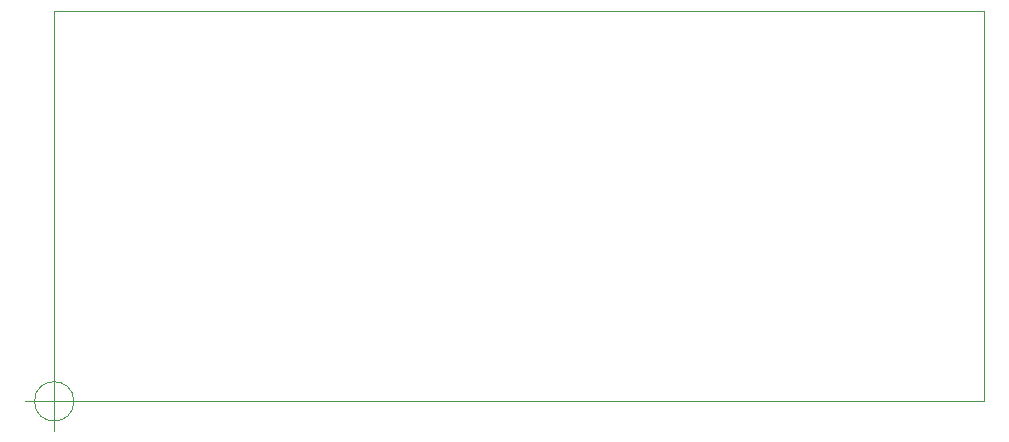
<source format=gbr>
%TF.GenerationSoftware,KiCad,Pcbnew,6.0.2+dfsg-1*%
%TF.CreationDate,2023-04-12T19:32:32+02:00*%
%TF.ProjectId,schema_H-brug,73636865-6d61-45f4-982d-627275672e6b,V1*%
%TF.SameCoordinates,Original*%
%TF.FileFunction,Profile,NP*%
%FSLAX46Y46*%
G04 Gerber Fmt 4.6, Leading zero omitted, Abs format (unit mm)*
G04 Created by KiCad (PCBNEW 6.0.2+dfsg-1) date 2023-04-12 19:32:32*
%MOMM*%
%LPD*%
G01*
G04 APERTURE LIST*
%TA.AperFunction,Profile*%
%ADD10C,0.100000*%
%TD*%
G04 APERTURE END LIST*
D10*
X113426666Y-106680000D02*
G75*
G03*
X113426666Y-106680000I-1666666J0D01*
G01*
X109260000Y-106680000D02*
X114260000Y-106680000D01*
X111760000Y-104180000D02*
X111760000Y-109180000D01*
X111760000Y-73660000D02*
X190500000Y-73660000D01*
X190500000Y-73660000D02*
X190500000Y-106680000D01*
X190500000Y-106680000D02*
X111760000Y-106680000D01*
X111760000Y-106680000D02*
X111760000Y-73660000D01*
M02*

</source>
